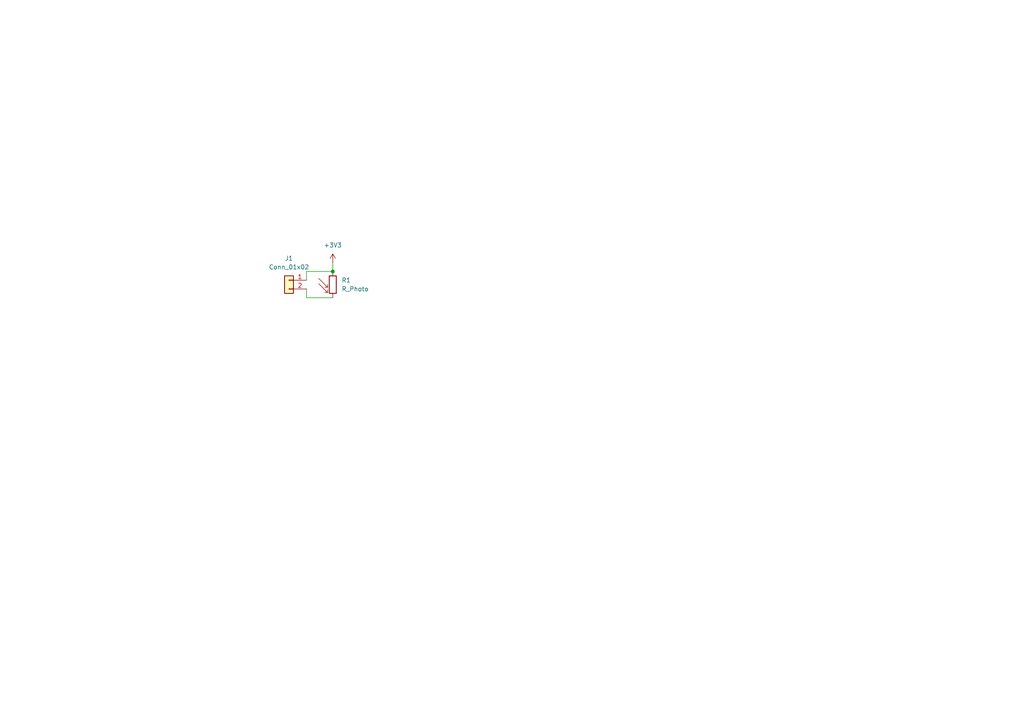
<source format=kicad_sch>
(kicad_sch (version 20231120) (generator "eeschema") (generator_version "8.0")
  (paper "A4")
  (lib_symbols
    (symbol "Connector_Generic:Conn_01x02" (pin_names (offset 1.016) hide)
      (property "Reference" "J" (at 0 2.54 0))
      (property "Value" "Conn_01x02" (at 0 -5.08 0))
      (symbol "Conn_01x02_1_1"
        (rectangle (start -1.27 -2.413) (end 0 -2.667) (stroke (width 0.1524)))
        (rectangle (start -1.27 0.127) (end 0 -0.127) (stroke (width 0.1524)))
        (rectangle (start -1.27 1.27) (end 1.27 -3.81) (stroke (width 0.254)) (fill (type background)))
        (pin passive line (at -5.08 0 0) (length 3.81) (name "Pin_1") (number "1"))
        (pin passive line (at -5.08 -2.54 0) (length 3.81) (name "Pin_2") (number "2"))
      )
    )
    (symbol "Device:R_Photo" (pin_numbers hide) (pin_names (offset 0))
      (property "Reference" "R" (at 1.27 1.27 0))
      (property "Value" "R_Photo" (at 1.27 0 0))
      (symbol "R_Photo_0_1"
        (rectangle (start -1.016 2.54) (end 1.016 -2.54) (stroke (width 0.254)))
        (polyline (pts (xy -1.524 -2.286) (xy -4.064 0.254)))
        (polyline (pts (xy -1.524 -2.286) (xy -2.286 -2.286)))
        (polyline (pts (xy -1.524 -2.286) (xy -1.524 -1.524)))
        (polyline (pts (xy -1.524 -0.762) (xy -4.064 1.778)))
        (polyline (pts (xy -1.524 -0.762) (xy -2.286 -0.762)))
        (polyline (pts (xy -1.524 -0.762) (xy -1.524 0)))
      )
      (symbol "R_Photo_1_1"
        (pin passive line (at 0 3.81 270) (length 1.27) (name "~") (number "1"))
        (pin passive line (at 0 -3.81 90) (length 1.27) (name "~") (number "2"))
      )
    )
    (symbol "power:+3V3" (power) (pin_numbers hide) (pin_names (offset 0) hide)
      (property "Value" "+3V3" (at 0 3.556 0))
      (symbol "+3V3_0_1"
        (polyline (pts (xy -0.762 1.27) (xy 0 2.54)))
        (polyline (pts (xy 0 0) (xy 0 2.54)))
        (polyline (pts (xy 0 2.54) (xy 0.762 1.27)))
      )
      (symbol "+3V3_1_1"
        (pin power_in line (at 0 0 90) (length 0) (name "~") (number "1"))
      )
    )
  )
  (junction (at 96.52 78.74))
  (wire (pts (xy 88.9 78.74) (xy 96.52 78.74)))
  (wire (pts (xy 88.9 83.82) (xy 88.9 86.36)))
  (wire (pts (xy 88.9 86.36) (xy 96.52 86.36)))
  (wire (pts (xy 96.52 76.2) (xy 96.52 78.74)))
  (wire (pts (xy 88.9 81.28) (xy 88.9 78.74)))
  (symbol (lib_id "Connector_Generic:Conn_01x02") (at 83.82 81.28 0) (mirror y) (unit 1)
    (property "Reference" "J1" (at 83.82 74.93 0))
    (property "Value" "Conn_01x02" (at 83.82 77.47 0))
    (property "Footprint" "Connector_PinHeader_2.54mm:PinHeader_1x02_P2.54mm_Horizontal" (effects (hide yes)))
    (property "Description" "Generic connector, single row, 01x02, script generated (kicad-library-utils/schlib/autogen/connector/)" (effects (hide yes)))
  )
  (symbol (lib_id "power:+3V3") (at 96.52 76.2 0) (unit 1)
    (property "Reference" "#PWR01" (effects (hide yes)))
    (property "Value" "+3V3" (at 96.52 71.12 0))
    (property "Description" "Power symbol creates a global label with name \"+3V3\"" (effects (hide yes)))
  )
  (symbol (lib_id "Device:R_Photo") (at 96.52 82.55 0) (unit 1)
    (property "Reference" "R1" (at 99.06 81.2799 0) (effects (justify left)))
    (property "Value" "R_Photo" (at 99.06 83.8199 0) (effects (justify left)))
    (property "Footprint" "Library:als-pt19" (effects (hide yes)))
    (property "Description" "Photoresistor" (effects (hide yes)))
  )
)
</source>
